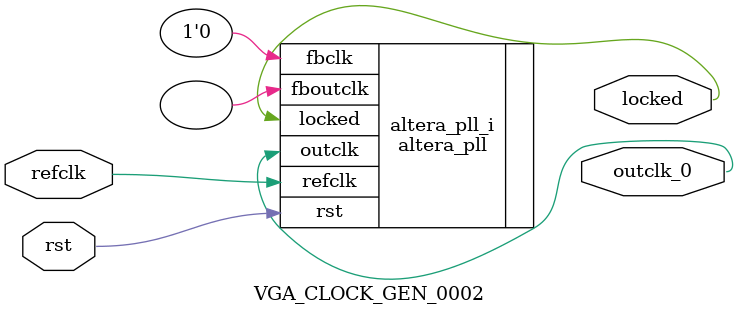
<source format=v>
`timescale 1ns/10ps
module  VGA_CLOCK_GEN_0002(

	// interface 'refclk'
	input wire refclk,

	// interface 'reset'
	input wire rst,

	// interface 'outclk0'
	output wire outclk_0,

	// interface 'locked'
	output wire locked
);

	altera_pll #(
		.fractional_vco_multiplier("false"),
		.reference_clock_frequency("50.0 MHz"),
		.operation_mode("direct"),
		.number_of_clocks(1),
		.output_clock_frequency0("30.000000 MHz"),
		.phase_shift0("0 ps"),
		.duty_cycle0(50),
		.output_clock_frequency1("0 MHz"),
		.phase_shift1("0 ps"),
		.duty_cycle1(50),
		.output_clock_frequency2("0 MHz"),
		.phase_shift2("0 ps"),
		.duty_cycle2(50),
		.output_clock_frequency3("0 MHz"),
		.phase_shift3("0 ps"),
		.duty_cycle3(50),
		.output_clock_frequency4("0 MHz"),
		.phase_shift4("0 ps"),
		.duty_cycle4(50),
		.output_clock_frequency5("0 MHz"),
		.phase_shift5("0 ps"),
		.duty_cycle5(50),
		.output_clock_frequency6("0 MHz"),
		.phase_shift6("0 ps"),
		.duty_cycle6(50),
		.output_clock_frequency7("0 MHz"),
		.phase_shift7("0 ps"),
		.duty_cycle7(50),
		.output_clock_frequency8("0 MHz"),
		.phase_shift8("0 ps"),
		.duty_cycle8(50),
		.output_clock_frequency9("0 MHz"),
		.phase_shift9("0 ps"),
		.duty_cycle9(50),
		.output_clock_frequency10("0 MHz"),
		.phase_shift10("0 ps"),
		.duty_cycle10(50),
		.output_clock_frequency11("0 MHz"),
		.phase_shift11("0 ps"),
		.duty_cycle11(50),
		.output_clock_frequency12("0 MHz"),
		.phase_shift12("0 ps"),
		.duty_cycle12(50),
		.output_clock_frequency13("0 MHz"),
		.phase_shift13("0 ps"),
		.duty_cycle13(50),
		.output_clock_frequency14("0 MHz"),
		.phase_shift14("0 ps"),
		.duty_cycle14(50),
		.output_clock_frequency15("0 MHz"),
		.phase_shift15("0 ps"),
		.duty_cycle15(50),
		.output_clock_frequency16("0 MHz"),
		.phase_shift16("0 ps"),
		.duty_cycle16(50),
		.output_clock_frequency17("0 MHz"),
		.phase_shift17("0 ps"),
		.duty_cycle17(50),
		.pll_type("General"),
		.pll_subtype("General")
	) altera_pll_i (
		.rst	(rst),
		.outclk	({outclk_0}),
		.locked	(locked),
		.fboutclk	( ),
		.fbclk	(1'b0),
		.refclk	(refclk)
	);
endmodule


</source>
